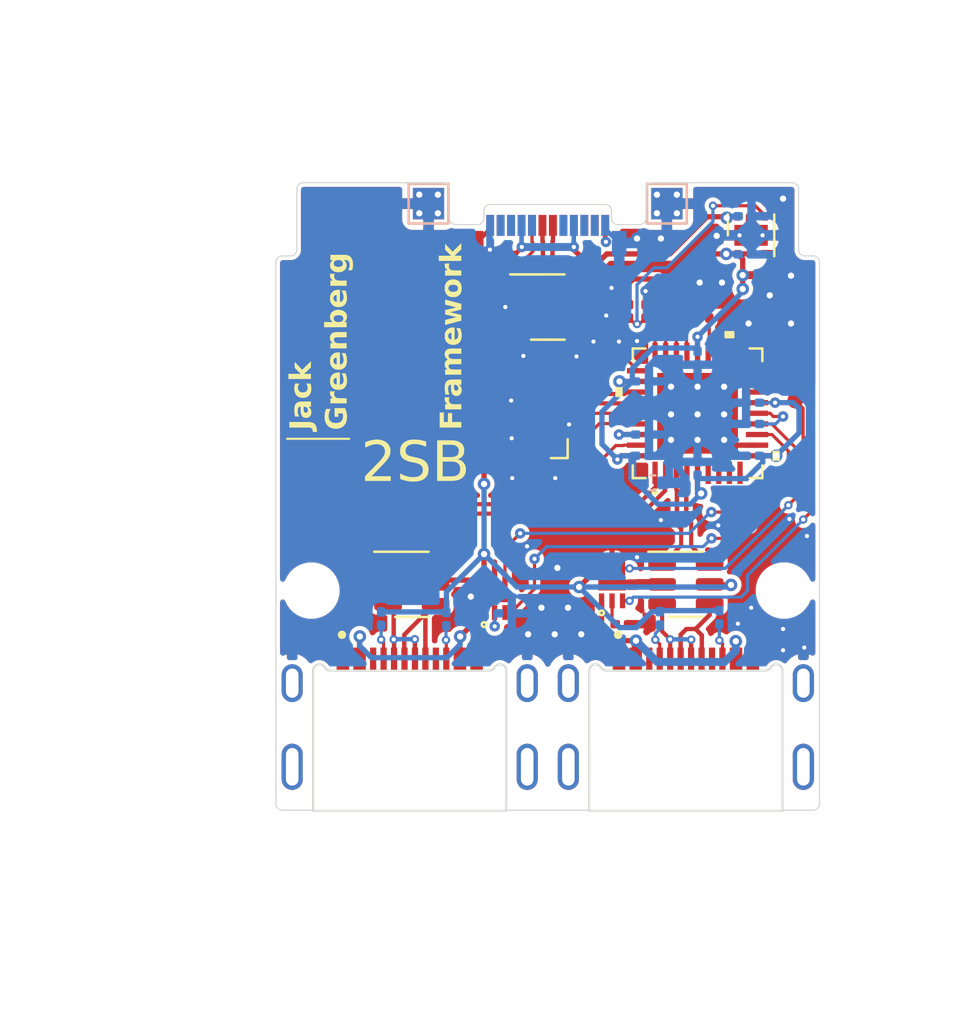
<source format=kicad_pcb>
(kicad_pcb (version 20221018) (generator pcbnew)
  (title_block (title "Expansion Card Template") (rev "X1") (company "Framework") (comment 1 "This work is licensed under a Creative Commons Attribution 4.0 International License") (comment 4 "https://frame.work"))
  (layers (0 "F.Cu" signal) (1 "In1.Cu" power) (2 "In2.Cu" power) (31 "B.Cu" signal) (34 "B.Paste" user) (35 "F.Paste" user) (36 "B.SilkS" user "B.Silkscreen") (37 "F.SilkS" user "F.Silkscreen") (38 "B.Mask" user) (39 "F.Mask" user) (44 "Edge.Cuts" user))
  (net 0 "")
  (net 1 "GND")
  (net 2 "VBUS")
  (net 3 "+3V3")
  (net 4 "Net-(U201-CRFILT)")
  (net 5 "Net-(U201-PLLFILT)")
  (net 7 "/USB_HOST_DN")
  (net 8 "/USB_HOST_DP")
  (net 9 "/Hub IC/~{RESET}")
  (net 10 "VBUS_DET")
  (net 11 "Net-(U201-SDA{slash}SMBDATA{slash}NON_REM1)")
  (net 12 "Net-(U201-SUSP_IND{slash}LOCAL_PWR{slash}NON_REM0)")
  (net 13 "Net-(U201-SCL{slash}SMBCLK{slash}CFG_SEL0)")
  (net 14 "Net-(U201-HS_IND{slash}CFG_SEL1)")
  (net 15 "Net-(U201-RBIAS)")
  (net 16 "/Hub IC/USB_P1_DN")
  (net 17 "/Hub IC/USB_P1_DP")
  (net 18 "/Hub IC/USB_P2_DN")
  (net 19 "/Hub IC/USB_P2_DP")
  (net 24 "/Hub IC/P1_ENABLE")
  (net 25 "/Hub IC/P1_OVER_CURRENT")
  (net 26 "/Hub IC/P2_ENABLE")
  (net 27 "/Hub IC/P2_OVER_CURRENT")
  (net 32 "Net-(U201-XTALOUT)")
  (net 33 "Net-(U201-XTALIN{slash}CLKIN)")
  (net 34 "/Output Stage 1/OUT_USB_DN")
  (net 35 "/Output Stage 1/OUT_USB_DP")
  (net 36 "/Output Stage 2/OUT_USB_DN")
  (net 37 "/Output Stage 2/OUT_USB_DP")
  (net 38 "/HOST_CC")
  (net 39 "/P2_CC1")
  (net 40 "/P2_CC2")
  (net 41 "/P1_CC1")
  (net 42 "/P1_CC2")
  (net 43 "/P1_VBUS")
  (net 44 "/P2_VBUS")
  (net 45 "/Output Stage 1/ILIMIT")
  (net 46 "/Output Stage 2/ILIMIT")
  (net 47 "/USB_PROTECT_HOST_DP")
  (net 48 "/USB_PROTECT_HOST_DN")
  (footprint "Expansion_Card:USB_C_Plug_Molex_105444" (layer "F.Cu") (at 140 129)
    (fp_text reference "J101" hide)
    (fp_text value "USB_C_Plug_USB2.0")
    (fp_line (start -3.35 0) (end -4.3 0) (stroke (width 0.05)) (layer "Edge.Cuts"))
    (fp_line (start -3.05 -0.66) (end -3.05 -0.3) (stroke (width 0.05)) (layer "Edge.Cuts"))
    (fp_line (start -2.75 -0.96) (end 2.75 -0.96) (stroke (width 0.05)) (layer "Edge.Cuts"))
    (fp_line (start 3.05 -0.66) (end 3.05 -0.3) (stroke (width 0.05)) (layer "Edge.Cuts"))
    (fp_line (start 3.35 0) (end 4.3 0) (stroke (width 0.05)) (layer "Edge.Cuts"))
    (fp_arc (start -3.05 -0.66) (mid -2.962132 -0.872132) (end -2.75 -0.96) (stroke (width 0.05)) (layer "Edge.Cuts"))
    (fp_arc (start -3.05 -0.3) (mid -3.137868 -0.087868) (end -3.35 0) (stroke (width 0.05)) (layer "Edge.Cuts"))
    (fp_arc (start 2.75 -0.96) (mid 2.962132 -0.872132) (end 3.05 -0.66) (stroke (width 0.05)) (layer "Edge.Cuts"))
    (fp_arc (start 3.35 0) (mid 3.137868 -0.087868) (end 3.05 -0.3) (stroke (width 0.05)) (layer "Edge.Cuts"))
  )
  (footprint "MountingHole:MountingHole_2.2mm_M2" (layer "F.Cu") (at 128.7 146.5)
    (fp_text reference "H101" hide)
    (fp_text value "MountingHole")
  )
  (footprint "MountingHole:MountingHole_2.2mm_M2" (layer "F.Cu") (at 151.3 146.5)
    (fp_text reference "H102" hide)
    (fp_text value "MountingHole")
  )
  (footprint "TestPoint:TestPoint_Pad_1.5x1.5mm" (layer "F.Cu") (at 134.3 128)
    (fp_text reference "TP101" hide)
    (fp_text value "TestPoint")
  )
  (footprint "TestPoint:TestPoint_Pad_1.5x1.5mm" (layer "F.Cu") (at 145.7 128)
    (fp_text reference "TP103" hide)
    (fp_text value "TestPoint")
  )
  (footprint "Resistor_SMD:R_0201_0603Metric" (layer "F.Cu") (at 145.4404 133.1528 -90)
    (fp_text reference "R201" hide)
    (fp_text value "100K")
  )
  (footprint "Resistor_SMD:R_0201_0603Metric" (layer "F.Cu") (at 142.7988 134.9248 90)
    (fp_text reference "R205" hide)
    (fp_text value "100K")
  )
  (footprint "2usb:TestPoint_MD" (layer "F.Cu") (at 151.9428 136.4488)
    (fp_text reference "TP402" hide)
    (fp_text value "TestPoint")
  )
  (footprint "2usb:MOLEX_2169900003" (layer "F.Cu") (at 146.6088 154.9247)
    (fp_text reference "J103" hide)
    (fp_text value "USB_C_Receptacle_USB2.0")
    (fp_line (start -4.62 2.1) (end -4.62 -4.6) (stroke (width 0.1)) (layer "Edge.Cuts"))
    (fp_line (start -4.62 2.1) (end 4.62 2.1) (stroke (width 0.1)) (layer "Edge.Cuts"))
    (fp_line (start -3.80038 -4.6) (end 3.80038 -4.6) (stroke (width 0.1)) (layer "Edge.Cuts"))
    (fp_line (start 4.62 2.1) (end 4.62 -4.6) (stroke (width 0.1)) (layer "Edge.Cuts"))
    (fp_arc (start -4.62 -4.6) (mid -4.397645 -4.889779) (end -4.060191 -4.750001) (stroke (width 0.1)) (layer "Edge.Cuts"))
    (fp_arc (start -3.80038 -4.6) (mid -3.950382 -4.640191) (end -4.060191 -4.75) (stroke (width 0.1)) (layer "Edge.Cuts"))
    (fp_arc (start 4.06019 -4.75) (mid 3.95038 -4.640198) (end 3.80038 -4.6) (stroke (width 0.1)) (layer "Edge.Cuts"))
    (fp_arc (start 4.06019 -4.75) (mid 4.397645 -4.88978) (end 4.62 -4.600001) (stroke (width 0.1)) (layer "Edge.Cuts"))
  )
  (footprint "2usb:TestPoint_MD" (layer "F.Cu") (at 150.3172 131.5212)
    (fp_text reference "TP106" hide)
    (fp_text value "TestPoint")
  )
  (footprint "Resistor_SMD:R_0201_0603Metric" (layer "F.Cu") (at 143.5502 148.1074)
    (fp_text reference "R401" hide)
    (fp_text value "330R")
  )
  (footprint "Resistor_SMD:R_0201_0603Metric" (layer "F.Cu") (at 143.891 133.1508 -90)
    (fp_text reference "R202" hide)
    (fp_text value "100K")
  )
  (footprint "2usb:MIC2097-1YMT-TR" (layer "F.Cu") (at 137.456799 146.7739 90)
    (fp_text reference "U302" hide)
    (fp_text value "MIC2097-1YMT-TR" hide)
  )
  (footprint "Package_SON:WSON-6-1EP_2x2mm_P0.65mm_EP1x1.6mm_ThermalVias" (layer "F.Cu") (at 149.7266 129.5146 90)
    (fp_text reference "U101" hide)
    (fp_text value "TLV76733DRVx")
  )
  (footprint "2usb:TestPoint_MD" (layer "F.Cu") (at 149.7584 142.24)
    (fp_text reference "TP301" hide)
    (fp_text value "TestPoint")
  )
  (footprint "Resistor_SMD:R_0201_0603Metric" (layer "F.Cu") (at 144.6784 133.1508 90)
    (fp_text reference "R203" hide)
    (fp_text value "100K")
  )
  (footprint "2usb:MOLEX_2169900003" (layer "F.Cu") (at 133.4008 154.9247)
    (fp_text reference "J102" hide)
    (fp_text value "USB_C_Receptacle_USB2.0")
    (fp_line (start -4.62 2.1) (end -4.62 -4.6) (stroke (width 0.1)) (layer "Edge.Cuts"))
    (fp_line (start -4.62 2.1) (end 4.62 2.1) (stroke (width 0.1)) (layer "Edge.Cuts"))
    (fp_line (start -3.80038 -4.6) (end 3.80038 -4.6) (stroke (width 0.1)) (layer "Edge.Cuts"))
    (fp_line (start 4.62 2.1) (end 4.62 -4.6) (stroke (width 0.1)) (layer "Edge.Cuts"))
    (fp_arc (start -4.62 -4.6) (mid -4.397645 -4.889779) (end -4.060191 -4.750001) (stroke (width 0.1)) (layer "Edge.Cuts"))
    (fp_arc (start -3.80038 -4.6) (mid -3.950382 -4.640191) (end -4.060191 -4.75) (stroke (width 0.1)) (layer "Edge.Cuts"))
    (fp_arc (start 4.06019 -4.75) (mid 3.95038 -4.640198) (end 3.80038 -4.6) (stroke (width 0.1)) (layer "Edge.Cuts"))
    (fp_arc (start 4.06019 -4.75) (mid 4.397645 -4.88978) (end 4.62 -4.600001) (stroke (width 0.1)) (layer "Edge.Cuts"))
  )
  (footprint "Resistor_SMD:R_0201_0603Metric" (layer "F.Cu") (at 146.2024 133.1488 -90)
    (fp_text reference "R207" hide)
    (fp_text value "100K")
  )
  (footprint "2usb:XTAL_ABM12W-24.0000MHZ-6-D1X-T3" (layer "F.Cu") (at 140.0556 139.065 180)
    (fp_text reference "Y201" hide)
    (fp_text value "24MHz" hide)
  )
  (footprint "2usb:TestPoint_MD" (layer "F.Cu") (at 136.9568 131.6228)
    (fp_text reference "TP105" hide)
    (fp_text value "TestPoint")
  )
  (footprint "Resistor_SMD:R_0201_0603Metric" (layer "F.Cu") (at 147.7264 133.1468 90)
    (fp_text reference "R204" hide)
    (fp_text value "100K")
  )
  (footprint "2usb:TestPoint_MD" (layer "F.Cu") (at 149.606 143.3576)
    (fp_text reference "TP302" hide)
    (fp_text value "TestPoint")
  )
  (footprint "Resistor_SMD:R_0201_0603Metric" (layer "F.Cu") (at 146.9644 133.1488 90)
    (fp_text reference "R206" hide)
    (fp_text value "100K")
  )
  (footprint "Resistor_SMD:R_0201_0603Metric" (layer "F.Cu") (at 137.7188 135.5852 -90)
    (fp_text reference "R101" hide)
    (fp_text value "5.1K")
  )
  (footprint "Package_TO_SOT_SMD:SOT-23-6" (layer "F.Cu") (at 133.5024 146.2024)
    (fp_text reference "U301" hide)
    (fp_text value "USBLC6-2SC6")
  )
  (footprint "Capacitor_SMD:C_0201_0603Metric" (layer "F.Cu") (at 139.7254 137.1448 90)
    (fp_text reference "C204" hide)
    (fp_text value "6pF")
  )
  (footprint "2usb:USB2512-AEZG" (layer "F.Cu") (at 147.1676 138.0236 90)
    (fp_text reference "U201" hide)
    (fp_text value "USB2512B" hide)
  )
  (footprint "Package_TO_SOT_SMD:SOT-23-6" (layer "F.Cu") (at 140.0048 132.9436)
    (fp_text reference "U102" hide)
    (fp_text value "USBLC6-2SC6")
  )
  (footprint "Resistor_SMD:R_0201_0603Metric" (layer "F.Cu") (at 142.3924 140.97 -90)
    (fp_text reference "R208" hide)
    (fp_text value "12K")
  )
  (footprint "Capacitor_SMD:C_0201_0603Metric" (layer "F.Cu") (at 141.5542 139.7254 -90)
    (fp_text reference "C202" hide)
    (fp_text value "6pF")
  )
  (footprint "2usb:MIC2097-1YMT-TR" (layer "F.Cu") (at 143.0782 146.2151 90)
    (fp_text reference "U402" hide)
    (fp_text value "MIC2097-1YMT-TR" hide)
  )
  (footprint "2usb:TestPoint_MD" (layer "F.Cu") (at 151.8412 137.414)
    (fp_text reference "TP401" hide)
    (fp_text value "TestPoint")
  )
  (footprint "Package_TO_SOT_SMD:SOT-23-6" (layer "F.Cu") (at 146.6088 146.2024)
    (fp_text reference "U401" hide)
    (fp_text value "USBLC6-2SC6")
  )
  (footprint "TestPoint:TestPoint_Pad_1.5x1.5mm" (layer "B.Cu") (at 134.3 128)
    (fp_text reference "TP102" hide)
    (fp_text value "TestPoint")
  )
  (footprint "TestPoint:TestPoint_Pad_1.5x1.5mm" (layer "B.Cu") (at 145.7 128)
    (fp_text reference "TP104" hide)
    (fp_text value "TestPoint")
  )
  (footprint "Capacitor_SMD:C_0201_0603Metric" (layer "B.Cu") (at 149.8092 137.5156 180)
    (fp_text reference "C208" hide)
    (fp_text value "10nF")
  )
  (footprint "Resistor_SMD:R_0201_0603Metric" (layer "B.Cu") (at 135.1534 147.8636 90)
    (fp_text reference "R105" hide)
    (fp_text value "5.1K")
  )
  (footprint "Capacitor_SMD:C_0201_0603Metric" (layer "B.Cu") (at 147.1676 135.382 -90)
    (fp_text reference "C207" hide)
    (fp_text value "10nF")
  )
  (footprint "Capacitor_SMD:C_0201_0603Metric" (layer "B.Cu") (at 149.4282 128.6002)
    (fp_text reference "C101" hide)
    (fp_text value "1uF")
  )
  (footprint "Capacitor_SMD:C_0201_0603Metric" (layer "B.Cu") (at 144.526 136.4996)
    (fp_text reference "C203" hide)
    (fp_text value "10nF")
  )
  (footprint "Capacitor_SMD:C_0201_0603Metric" (layer "B.Cu") (at 149.8092 140.0556 180)
    (fp_text reference "C206" hide)
    (fp_text value "10nF")
  )
  (footprint "Capacitor_SMD:C_0201_0603Metric" (layer "B.Cu") (at 149.8092 138.5316 180)
    (fp_text reference "C209" hide)
    (fp_text value "0.1uF")
  )
  (footprint "Resistor_SMD:R_0201_0603Metric" (layer "B.Cu") (at 132.0292 147.8386 90)
    (fp_text reference "R104" hide)
    (fp_text value "5.1K")
  )
  (footprint "Capacitor_SMD:C_0402_1005Metric" (layer "B.Cu") (at 145.034 141.351)
    (fp_text reference "C210" hide)
    (fp_text value "2uF")
  )
  (footprint "Resistor_SMD:R_0201_0603Metric" (layer "B.Cu") (at 137.964799 147.5867)
    (fp_text reference "R301" hide)
    (fp_text value "330R")
  )
  (footprint "Capacitor_SMD:C_0201_0603Metric" (layer "B.Cu") (at 144.526 140.0556)
    (fp_text reference "C201" hide)
    (fp_text value "10nF")
  )
  (footprint "Capacitor_SMD:C_0201_0603Metric" (layer "B.Cu") (at 149.4282 130.429)
    (fp_text reference "C102" hide)
    (fp_text value "2.2uF")
  )
  (footprint "Resistor_SMD:R_0201_0603Metric" (layer "B.Cu") (at 148.209 147.7772 90)
    (fp_text reference "R103" hide)
    (fp_text value "5.1K")
  )
  (footprint "Capacitor_SMD:C_0201_0603Metric" (layer "B.Cu") (at 147.1676 140.6652 90)
    (fp_text reference "C205" hide)
    (fp_text value "10nF")
  )
  (footprint "Capacitor_SMD:C_0201_0603Metric" (layer "B.Cu") (at 144.526 139.0396)
    (fp_text reference "C211" hide)
    (fp_text value "0.1uF")
  )
  (footprint "Resistor_SMD:R_0201_0603Metric" (layer "B.Cu") (at 145.3642 147.828 90)
    (fp_text reference "R102" hide)
    (fp_text value "5.1K")
  )
  (gr_line (start 130.5052 139.2428) (end 127.5334 139.2428) (stroke (width 0.1016)) (layer "F.SilkS"))
  (gr_line (start 153 130.8) (end 153 156.7) (stroke (width 0.05)) (layer "Edge.Cuts"))
  (gr_line (start 127.3 157) (end 152.7 157) (stroke (width 0.05)) (layer "Edge.Cuts"))
  (gr_arc (start 144.7 128.7) (mid 144.612132 128.912132) (end 144.4 129) (stroke (width 0.05)) (layer "Edge.Cuts"))
  (gr_arc (start 135 127) (mid 135.212132 127.087868) (end 135.3 127.3) (stroke (width 0.05)) (layer "Edge.Cuts"))
  (gr_line (start 144.7 128.7) (end 144.7 127.3) (stroke (width 0.05)) (layer "Edge.Cuts"))
  (gr_arc (start 144.7 127.3) (mid 144.787868 127.087868) (end 145 127) (stroke (width 0.05)) (layer "Edge.Cuts"))
  (gr_line (start 135 127) (end 128.3 127) (stroke (width 0.05)) (layer "Edge.Cuts"))
  (gr_line (start 145 127) (end 151.7 127) (stroke (width 0.05)) (layer "Edge.Cuts"))
  (gr_arc (start 127.3 157) (mid 127.087868 156.912132) (end 127 156.7) (stroke (width 0.05)) (layer "Edge.Cuts"))
  (gr_line (start 144.3 129) (end 144.4 129) (stroke (width 0.05)) (layer "Edge.Cuts"))
  (gr_arc (start 128 127.3) (mid 128.087868 127.087868) (end 128.3 127) (stroke (width 0.05)) (layer "Edge.Cuts"))
  (gr_line (start 128 130.2) (end 128 127.3) (stroke (width 0.05)) (layer "Edge.Cuts"))
  (gr_arc (start 128 130.2) (mid 127.912132 130.412132) (end 127.7 130.5) (stroke (width 0.05)) (layer "Edge.Cuts"))
  (gr_arc (start 127 130.8) (mid 127.087868 130.587868) (end 127.3 130.5) (stroke (width 0.05)) (layer "Edge.Cuts"))
  (gr_line (start 127.3 130.5) (end 127.7 130.5) (stroke (width 0.05)) (layer "Edge.Cuts"))
  (gr_line (start 152 130.2) (end 152 127.3) (stroke (width 0.05)) (layer "Edge.Cuts"))
  (gr_arc (start 152.7 130.5) (mid 152.912132 130.587868) (end 153 130.8) (stroke (width 0.05)) (layer "Edge.Cuts"))
  (gr_arc (start 152.3 130.5) (mid 152.087868 130.412132) (end 152 130.2) (stroke (width 0.05)) (layer "Edge.Cuts"))
  (gr_line (start 152.3 130.5) (end 152.7 130.5) (stroke (width 0.05)) (layer "Edge.Cuts"))
  (gr_arc (start 153 156.7) (mid 152.912132 156.912132) (end 152.7 157) (stroke (width 0.05)) (layer "Edge.Cuts"))
  (gr_line (start 127 130.8) (end 127 156.7) (stroke (width 0.05)) (layer "Edge.Cuts"))
  (gr_arc (start 151.7 127) (mid 151.912132 127.087868) (end 152 127.3) (stroke (width 0.05)) (layer "Edge.Cuts"))
  (gr_line (start 135.3 128.7) (end 135.3 127.3) (stroke (width 0.05)) (layer "Edge.Cuts"))
  (gr_arc (start 135.6 129) (mid 135.387868 128.912132) (end 135.3 128.7) (stroke (width 0.05)) (layer "Edge.Cuts"))
  (gr_line (start 135.6 129) (end 135.7 129) (stroke (width 0.05)) (layer "Edge.Cuts"))
  (gr_text "Jack\nGreenberg" (at 130.556 138.8364 90) (layer "F.SilkS") (effects (font (size 1.016 1.016) (thickness 0.254) bold) (justify left bottom)))
  (gr_text "Framework" (at 136.0424 138.8364 90) (layer "F.SilkS") (effects (font (size 1.016 1.016) (thickness 0.254) bold) (justify left bottom)))
  (gr_text "2SB" (at 131.064 141.5796) (layer "F.SilkS") (effects (font (size 1.905 1.905) (thickness 0.073025)) (justify left bottom)))
  (segment (start 142.75 129.79371) (end 142.784741 129.828451) (width 0.2119) (layer "F.Cu") (net 1))
  (segment (start 137.456799 146.7739) (end 136.3345 146.7739) (width 0.254) (layer "F.Cu") (net 1))
  (segment (start 136.3345 146.7739) (end 136.3218 146.7866) (width 0.254) (layer "F.Cu") (net 1))
  (segment (start 140.4056 138.565) (end 141.0128 138.565) (width 0.1524) (layer "F.Cu") (net 1))
  (segment (start 143.0782 146.2151) (end 143.0782 145.4404) (width 0.254) (layer "F.Cu") (net 1))
  (segment (start 137.25 129.21) (end 136.58 129.88) (width 0.2119) (layer "F.Cu") (net 1))
  (segment (start 148.6916 139.5476) (end 148.4376 139.2936) (width 0.254) (layer "F.Cu") (net 1))
  (segment (start 137.456799 145.9992) (end 137.456799 146.7739) (width 0.254) (layer "F.Cu") (net 1))
  (segment (start 150.0124 139.5476) (end 148.6916 139.5476) (width 0.254) (layer "F.Cu") (net 1))
  (segment (start 138.8673 132.9436) (end 137.9728 132.9436) (width 0.381) (layer "F.Cu") (net 1))
  (segment (start 142.75 129.04) (end 142.75 129.79371) (width 0.2119) (layer "F.Cu") (net 1))
  (segment (start 137.2362 130.2004) (end 136.9004 130.2004) (width 0.2119) (layer "F.Cu") (net 1))
  (segment (start 141.0128 138.565) (end 141.0208 138.557) (width 0.1524) (layer "F.Cu") (net 1))
  (segment (start 136.9004 130.2004) (end 136.58 129.88) (width 0.2119) (layer "F.Cu") (net 1))
  (segment (start 137.25 129.04) (end 137.25 129.21) (width 0.2119) (layer "F.Cu") (net 1))
  (via (at 133.858 127.5715) (size 0.5) (drill 0.3) (layers "F.Cu" "B.Cu") (net 1))
  (via (at 133.858 128.4605) (size 0.5) (drill 0.3) (layers "F.Cu" "B.Cu") (net 1))
  (via (at 146.177 127.5715) (size 0.5) (drill 0.3) (layers "F.Cu" "B.Cu") (net 1))
  (via (at 146.177 128.4605) (size 0.5) (drill 0.3) (layers "F.Cu" "B.Cu") (net 1))
  (via (at 138.2776 139.2174) (size 0.5) (drill 0.2) (layers "F.Cu" "B.Cu") (net 1))
  (via (at 151.257 127.762) (size 0.6) (drill 0.3) (layers "F.Cu" "B.Cu") (net 1))
  (via (at 145.415 129.667) (size 0.6) (drill 0.3) (layers "F.Cu" "B.Cu") (net 1))
  (via (at 151.638 133.731) (size 0.6) (drill 0.3) (layers "F.Cu" "B.Cu") (net 1))
  (via (at 145.2245 127.5715) (size 0.5) (drill 0.3) (layers "F.Cu" "B.Cu") (net 1))
  (via (at 144.272 134.5692) (size 0.5) (drill 0.2) (layers "F.Cu" "B.Cu") (net 1))
  (via (at 148.082 129.54) (size 0.6) (drill 0.3) (layers "F.Cu" "B.Cu") (net 1))
  (via (at 138.8364 135.2804) (size 0.5) (drill 0.2) (layers "F.Cu" "B.Cu") (net 1))
  (via (at 148.336 131.7752) (size 0.6) (drill 0.3) (layers "F.Cu" "B.Cu") (net 1))
  (via (at 140.462 145.415) (size 0.6) (drill 0.3) (layers "F.Cu" "B.Cu") (net 1))
  (via (at 140.3604 141.1224) (size 0.5) (drill 0.2) (layers "F.Cu" "B.Cu") (net 1))
  (via (at 141.3764 135.3058) (size 0.5) (drill 0.2) (layers "F.Cu" "B.Cu") (net 1))
  (via (at 151.5618 143.0782) (size 0.4) (drill 0.2) (layers "F.Cu" "B.Cu") (net 1))
  (via (at 152.273 149.225) (size 0.4) (drill 0.2) (layers "F.Cu" "B.Cu") (net 1))
  (via (at 149.606 133.731) (size 0.6) (drill 0.3) (layers "F.Cu" "B.Cu") (net 1))
  (via (at 137.9728 132.9436) (size 0.5) (drill 0.2) (layers "F.Cu" "B.Cu") (net 1))
  (via (at 141.605 148.59) (size 0.6) (drill 0.3) (layers "F.Cu" "B.Cu") (net 1))
  (via (at 150.622 132.3848) (size 0.6) (drill 0.3) (layers "F.Cu" "B.Cu") (net 1))
  (via (at 149.098 148.082) (size 0.4) (drill 0.2) (layers "F.Cu" "B.Cu") (net 1))
  (via (at 137.2362 130.2004) (size 0.5) (drill 0.2) (layers "F.Cu" "B.Cu") (net 1))
  (via (at 148.4376 136.7536) (size 0.7) (drill 0.3) (layers "F.Cu" "B.Cu") (net 1))
  (via (at 151.257 149.352) (size 0.4) (drill 0.2) (layers "F.Cu" "B.Cu") (net 1))
  (via (at 148.4376 138.0744) (size 0.7) (drill 0.3) (layers "F.Cu" "B.Cu") (net 1))
  (via (at 145.2245 128.4605) (size 0.5) (drill 0.3) (layers "F.Cu" "B.Cu") (net 1))
  (via (at 147.2692 131.7752) (size 0.6) (drill 0.3) (layers "F.Cu" "B.Cu") (net 1))
  (via (at 151.638 131.445) (size 0.6) (drill 0.3) (layers "F.Cu" "B.Cu") (net 1))
  (via (at 141.0208 138.557) (size 0.5) (drill 0.2) (layers "F.Cu" "B.Cu") (net 1))
  (via (at 145.8976 138.0744) (size 0.7) (drill 0.3) (layers "F.Cu" "B.Cu") (net 1))
  (via (at 144.272 129.667) (size 0.6) (drill 0.3) (layers "F.Cu" "B.Cu") (net 1))
  (via (at 138.2522 137.414) (size 0.5) (drill 0.2) (layers "F.Cu" "B.Cu") (net 1))
  (via (at 134.747 128.4605) (size 0.5) (drill 0.3) (layers "F.Cu" "B.Cu") (net 1))
  (via (at 147.1676 138.0744) (size 0.7) (drill 0.3) (layers "F.Cu" "B.Cu") (net 1))
  (via (at 147.1676 139.2936) (size 0.7) (drill 0.3) (layers "F.Cu" "B.Cu") (net 1))
  (via (at 148.1582 143.383) (size 0.5) (drill 0.2) (layers "F.Cu" "B.Cu") (net 1))
  (via (at 142.784741 129.828451) (size 0.5) (drill 0.2) (layers "F.Cu" "B.Cu") (net 1))
  (via (at 143.4084 134.5946) (size 0.5) (drill 0.2) (layers "F.Cu" "B.Cu") (net 1))
  (via (at 142.7988 133.35) (size 0.5) (drill 0.2) (layers "F.Cu" "B.Cu") (net 1))
  (via (at 136.3218 146.7866) (size 0.6) (drill 0.3) (layers "F.Cu" "B.Cu") (net 1))
  (via (at 145.415 143.129) (size 0.4) (drill 0.2) (layers "F.Cu" "B.Cu") (net 1))
  (via (at 143.0528 132.0292) (size 0.5) (drill 0.2) (layers "F.Cu" "B.Cu") (net 1))
  (via (at 139.011407 144.38215) (size 0.5) (drill 0.2) (layers "F.Cu" "B.Cu") (net 1))
  (via (at 139.065 148.59) (size 0.6) (drill 0.3) (layers "F.Cu" "B.Cu") (net 1))
  (via (at 145.8976 139.2936) (size 0.7) (drill 0.3) (layers "F.Cu" "B.Cu") (net 1))
  (via (at 140.335 148.59) (size 0.6) (drill 0.3) (layers "F.Cu" "B.Cu") (net 1))
  (via (at 140.97 147.32) (size 0.6) (drill 0.3) (layers "F.Cu" "B.Cu") (net 1))
  (via (at 151.257 148.336) (size 0.4) (drill 0.2) (layers "F.Cu" "B.Cu") (net 1))
  (via (at 147.1676 136.7536) (size 0.7) (drill 0.3) (layers "F.Cu" "B.Cu") (net 1))
  (via (at 152.4 143.891) (size 0.4) (drill 0.2) (layers "F.Cu" "B.Cu") (net 1))
  (via (at 139.7 147.32) (size 0.6) (drill 0.3) (layers "F.Cu" "B.Cu") (net 1))
  (via (at 149.733 147.32) (size 0.4) (drill 0.2) (layers "F.Cu" "B.Cu") (net 1))
  (via (at 145.8976 136.7536) (size 0.7) (drill 0.3) (layers "F.Cu" "B.Cu") (net 1))
  (via (at 142.1892 134.5946) (size 0.5) (drill 0.2) (layers "F.Cu" "B.Cu") (net 1))
  (via (at 144.6784 132.1816) (size 0.5) (drill 0.2) (layers "F.Cu" "B.Cu") (net 1))
  (via (at 138.303 141.1224) (size 0.5) (drill 0.2) (layers "F.Cu" "B.Cu") (net 1))
  (via (at 144.272 144.907) (size 0.4) (drill 0.2) (layers "F.Cu" "B.Cu") (net 1))
  (via (at 134.747 127.5715) (size 0.5) (drill 0.3) (layers "F.Cu" "B.Cu") (net 1))
  (via (at 148.4376 139.2936) (size 0.7) (drill 0.3) (layers "F.Cu" "B.Cu") (net 1))
  (segment (start 147.1676 135.862) (end 147.1676 136.7536) (width 0.254) (layer "B.Cu") (net 1))
  (segment (start 137.25 129.04) (end 137.25 130.1866) (width 0.2119) (layer "B.Cu") (net 1))
  (segment (start 145.006 140.0556) (end 145.1356 140.0556) (width 0.254) (layer "B.Cu") (net 1))
  (segment (start 149.3292 138.5316) (end 148.8948 138.5316) (width 0.254) (layer "B.Cu") (net 1))
  (segment (start 145.006 136.4996) (end 145.6436 136.4996) (width 0.254) (layer "B.Cu") (net 1))
  (segment (start 145.006 139.0396) (end 145.6436 139.0396) (width 0.254) (layer "B.Cu") (net 1))
  (segment (start 142.75 129.21) (end 143.42 129.88) (width 0.2119) (layer "B.Cu") (net 1))
  (segment (start 145.1356 140.0556) (end 145.8976 139.2936) (width 0.254) (layer "B.Cu") (net 1))
  (segment (start 137.25 130.1866) (end 137.2362 130.2004) (width 0.2119) (layer "B.Cu") (net 1))
  (segment (start 145.6436 139.0396) (end 145.8976 139.2936) (width 0.254) (layer "B.Cu") (net 1))
  (segment (start 148.8948 138.5316) (end 148.4376 138.0744) (width 0.254) (layer "B.Cu") (net 1))
  (segment (start 145.809 139.3822) (end 145.8976 139.2936) (width 0.381) (layer "B.Cu") (net 1))
  (segment (start 149.1996 140.0556) (end 148.4376 139.2936) (width 0.254) (layer "B.Cu") (net 1))
  (segment (start 147.1676 140.1852) (end 147.1676 139.2936) (width 0.254) (layer "B.Cu") (net 1))
  (segment (start 149.3292 137.5156) (end 148.9964 137.5156) (width 0.254) (layer "B.Cu") (net 1))
  (segment (start 149.3292 140.0556) (end 149.1996 140.0556) (width 0.254) (layer "B.Cu") (net 1))
  (segment (start 145.6436 136.4996) (end 145.8976 136.7536) (width 0.254) (layer "B.Cu") (net 1))
  (segment (start 148.9964 137.5156) (end 148.4376 138.0744) (width 0.254) (layer "B.Cu") (net 1))
  (segment (start 145.809 141.351) (end 145.809 139.3822) (width 0.381) (layer "B.Cu") (net 1))
  (segment (start 134.8431 145.9992) (end 136.9568 145.9992) (width 0.254) (layer "F.Cu") (net 2))
  (segment (start 136.9568 141.4018) (end 136.9568 131.5026) (width 0.254) (layer "F.Cu") (net 2))
  (segment (start 136.9568 145.9992) (end 136.9568 144.7546) (width 0.254) (layer "F.Cu") (net 2))
  (segment (start 147.6233 128.6271) (end 149.0766 128.6271) (width 0.254) (layer "F.Cu") (net 2))
  (segment (start 136.9568 131.5026) (end 138.0812 130.3782) (width 0.254) (layer "F.Cu") (net 2))
  (segment (start 141.1423 132.9436) (end 141.917367 132.9436) (width 0.254) (layer "F.Cu") (net 2))
  (segment (start 138.75 130.0836) (end 138.7602 130.0734) (width 0.2119) (layer "F.Cu") (net 2))
  (segment (start 147.7717 146.2278) (end 147.7463 146.2024) (width 0.254) (layer "F.Cu") (net 2))
  (segment (start 138.7602 130.0734) (end 138.75 130.0632) (width 0.2119) (layer "F.Cu") (net 2))
  (segment (start 142.578201 145.4404) (end 142.3924 145.4404) (width 0.254) (layer "F.Cu") (net 2))
  (segment (start 138.4808 130.3782) (end 138.75 130.109) (width 0.2119) (layer "F.Cu") (net 2))
  (segment (start 142.1384 131.0894) (end 141.2494 130.2004) (width 0.254) (layer "F.Cu") (net 2))
  (segment (start 138.75 130.0632) (end 138.75 129.04) (width 0.2119) (layer "F.Cu") (net 2))
  (segment (start 138.75 130.109) (end 138.75 130.0836) (width 0.2119) (layer "F.Cu") (net 2))
  (segment (start 142.8242 130.4036) (end 145.8468 130.4036) (width 0.254) (layer "F.Cu") (net 2))
  (segment (start 145.8468 130.4036) (end 147.6233 128.6271) (width 0.254) (layer "F.Cu") (net 2))
  (segment (start 141.2494 130.0734) (end 141.2494 129.867) (width 0.254) (layer "F.Cu") (net 2))
  (segment (start 141.25 129.04) (end 141.25 129.8664) (width 0.2119) (layer "F.Cu") (net 2))
  (segment (start 141.2494 130.2004) (end 141.2494 130.0734) (width 0.254) (layer "F.Cu") (net 2))
  (segment (start 148.7678 146.2278) (end 147.7717 146.2278) (width 0.254) (layer "F.Cu") (net 2))
  (segment (start 141.917367 132.9436) (end 142.1384 132.722567) (width 0.254) (layer "F.Cu") (net 2))
  (segment (start 138.0812 130.3782) (end 138.4808 130.3782) (width 0.254) (layer "F.Cu") (net 2))
  (segment (start 134.6399 146.2024) (end 134.8431 145.9992) (width 0.254) (layer "F.Cu") (net 2))
  (segment (start 141.25 129.8664) (end 141.2494 129.867) (width 0.2119) (layer "F.Cu") (net 2))
  (segment (start 142.1384 132.722567) (end 142.1384 131.0894) (width 0.254) (layer "F.Cu") (net 2))
  (segment (start 142.3924 145.4404) (end 141.5034 146.3294) (width 0.254) (layer "F.Cu") (net 2))
  (segment (start 142.1384 131.0894) (end 142.8242 130.4036) (width 0.254) (layer "F.Cu") (net 2))
  (via (at 141.2494 130.0734) (size 0.5) (drill 0.2) (layers "F.Cu" "B.Cu") (net 2))
  (via (at 148.559103 128.6763) (size 0.6) (drill 0.3) (layers "F.Cu" "B.Cu") (net 2))
  (via (at 136.9568 141.4018) (size 0.6) (drill 0.3) (layers "F.Cu" "B.Cu") (net 2))
  (via (at 138.7602 130.0734) (size 0.5) (drill 0.2) (layers "F.Cu" "B.Cu") (net 2))
  (via (at 148.7678 146.2278) (size 0.6) (drill 0.3) (layers "F.Cu" "B.Cu") (net 2))
  (via (at 141.5034 146.3294) (size 0.6) (drill 0.3) (layers "F.Cu" "B.Cu") (net 2))
  (via (at 136.9568 144.7546) (size 0.6) (drill 0.3) (layers "F.Cu" "B.Cu") (net 2))
  (segment (start 145.415 147.4572) (end 145.3642 147.508) (width 0.254) (layer "B.Cu") (net 2))
  (segment (start 141.25 129.04) (end 141.25 130.0728) (width 0.2119) (layer "B.Cu") (net 2))
  (segment (start 148.635203 128.6002) (end 148.559103 128.6763) (width 0.254) (layer "B.Cu") (net 2))
  (segment (start 144.255291 148.2344) (end 144.255291 148.251109) (width 0.254) (layer "B.Cu") (net 2))
  (segment (start 145.3642 147.508) (end 144.981691 147.508) (width 0.254) (layer "B.Cu") (net 2))
  (segment (start 138.75 130.0632) (end 138.75 129.04) (width 0.2119) (layer "B.Cu") (net 2))
  (segment (start 144.255291 148.251109) (end 144.2386 148.2678) (width 0.254) (layer "B.Cu") (net 2))
  (segment (start 148.209 147.4572) (end 145.415 147.4572) (width 0.254) (layer "B.Cu") (net 2))
  (segment (start 132.0292 147.5186) (end 135.1284 147.5186) (width 0.254) (layer "B.Cu") (net 2))
  (segment (start 141.25 130.0728) (end 141.2494 130.0734) (width 0.2119) (layer "B.Cu") (net 2))
  (segment (start 135.1284 147.5186) (end 135.1534 147.5436) (width 0.254) (layer "B.Cu") (net 2))
  (segment (start 135.1534 146.558) (end 136.9568 144.7546) (width 0.254) (layer "B.Cu") (net 2))
  (segment (start 143.4418 148.2678) (end 141.5034 146.3294) (width 0.254) (layer "B.Cu") (net 2))
  (segment (start 149.1082 128.6002) (end 148.635203 128.6002) (width 0.254) (layer "B.Cu") (net 2))
  (segment (start 144.981691 147.508) (end 144.255291 148.2344) (width 0.254) (layer "B.Cu") (net 2))
  (segment (start 145.994501 146.3294) (end 148.6662 146.3294) (width 0.254) (layer "B.Cu") (net 2))
  (segment (start 138.5316 146.3294) (end 141.5034 146.3294) (width 0.254) (layer "B.Cu") (net 2))
  (segment (start 144.2386 148.2678) (end 143.4418 148.2678) (width 0.254) (layer "B.Cu") (net 2))
  (segment (start 138.7602 130.0734) (end 141.2494 130.0734) (width 0.381) (layer "B.Cu") (net 2))
  (segment (start 136.9568 144.7546) (end 138.5316 146.3294) (width 0.254) (layer "B.Cu") (net 2))
  (segment (start 135.1534 147.5436) (end 135.1534 146.558) (width 0.254) (layer "B.Cu") (net 2))
  (segment (start 141.5034 146.3294) (end 145.994501 146.3294) (width 0.254) (layer "B.Cu") (net 2))
  (segment (start 148.6662 146.3294) (end 148.7678 146.2278) (width 0.254) (layer "B.Cu") (net 2))
  (segment (start 141.2494 130.0734) (end 141.2494 129.867) (width 0.254) (layer "B.Cu") (net 2))
  (segment (start 138.7602 130.0734) (end 138.75 130.0632) (width 0.2119) (layer "B.Cu") (net 2))
  (segment (start 136.9568 144.7546) (end 136.9568 141.4018) (width 0.254) (layer "B.Cu") (net 2))
  (segment (start 146.2024 132.8288) (end 145.4444 132.8288) (width 0.254) (layer "F.Cu") (net 3))
  (segment (start 145.4404 131.7752) (end 145.4404 132.8328) (width 0.254) (layer "F.Cu") (net 3))
  (segment (start 149.3266 131.4196) (end 149.3266 130.6521) (width 0.254) (layer "F.Cu") (net 3))
  (segment (start 147.1676 141.684672) (end 147.337368 141.85444) (width 0.254) (layer "F.Cu") (net 3))
  (segment (start 149.3266 131.4196) (end 150.2156 131.4196) (width 0.381) (layer "F.Cu") (net 3))
  (segment (start 143.891 132.8308) (end 143.891 131.8006) (width 0.254) (layer "F.Cu") (net 3))
  (segment (start 144.3228 136.4996) (end 143.4338 136.4996) (width 0.254) (layer "F.Cu") (net 3))
  (segment (start 145.4444 132.8288) (end 145.4404 132.8328) (width 0.254) (layer "F.Cu") (net 3))
  (segment (start 145.2698 131.6046) (end 145.4404 131.7752) (width 0.254) (layer "F.Cu") (net 3))
  (segment (start 150.0124 137.5156) (end 150.876 137.5156) (width 0.1524) (layer "F.Cu") (net 3))
  (segment (start 147.754088 130.4036) (end 148.5392 130.4036) (width 0.254) (layer "F.Cu") (net 3))
  (segment (start 144.087 131.6046) (end 145.2698 131.6046) (width 0.254) (layer "F.Cu") (net 3))
  (segment (start 143.3322 140.2334) (end 143.51 140.0556) (width 0.254) (layer "F.Cu") (net 3))
  (segment (start 150.2156 131.4196) (end 150.3172 131.5212) (width 0.381) (layer "F.Cu") (net 3))
  (segment (start 149.3266 130.6521) (end 149.0766 130.4021) (width 0.254) (layer "F.Cu") (net 3))
  (segment (start 143.891 131.8006) (end 144.087 131.6046) (width 0.254) (layer "F.Cu") (net 3))
  (segment (start 146.2024 132.8288) (end 146.2024 131.955288) (width 0.254) (layer "F.Cu") (net 3))
  (segment (start 150.0124 140.0556) (end 150.9268 140.0556) (width 0.254) (layer "F.Cu") (net 3))
  (segment (start 147.1676 135.1788) (end 147.1676 134.366) (width 0.254) (layer "F.Cu") (net 3))
  (segment (start 143.51 140.0556) (end 144.3228 140.0556) (width 0.254) (layer "F.Cu") (net 3))
  (segment (start 148.5407 130.4021) (end 148.5392 130.4036) (width 0.254) (layer "F.Cu") (net 3))
  (segment (start 149.3266 132.08) (end 149.3266 131.4196) (width 0.254) (layer "F.Cu") (net 3))
  (segment (start 149.7266 130.4021) (end 148.5407 130.4021) (width 0.254) (layer "F.Cu") (net 3))
  (segment (start 147.1676 140.8684) (end 147.1676 141.684672) (width 0.254) (layer "F.Cu") (net 3))
  (segment (start 146.2024 131.955288) (end 147.754088 130.4036) (width 0.254) (layer "F.Cu") (net 3))
  (via (at 143.3322 140.2334) (size 0.5) (drill 0.2) (layers "F.Cu" "B.Cu") (net 3))
  (via (at 150.876 137.5156) (size 0.5) (drill 0.2) (layers "F.Cu" "B.Cu") (net 3))
  (via (at 147.337368 141.85444) (size 0.6) (drill 0.3) (layers "F.Cu" "B.Cu") (net 3))
  (via (at 147.1676 134.366) (size 0.5) (drill 0.2) (layers "F.Cu" "B.Cu") (net 3))
  (via (at 150.9268 140.0556) (size 0.6) (drill 0.3) (layers "F.Cu" "B.Cu") (net 3))
  (via (at 143.4338 136.4996) (size 0.6) (drill 0.3) (layers "F.Cu" "B.Cu") (net 3))
  (via (at 149.3266 132.08) (size 0.6) (drill 0.3) (layers "F.Cu" "B.Cu") (net 3))
  (via (at 148.5392 130.4036) (size 0.6) (drill 0.3) (layers "F.Cu" "B.Cu") (net 3))
  (via (at 149.3266 131.4196) (size 0.6) (drill 0.3) (layers "F.Cu" "B.Cu") (net 3))
  (segment (start 144.046 140.0556) (end 144.046 141.138) (width 0.381) (layer "B.Cu") (net 3))
  (segment (start 152.019 138.9634) (end 152.019 137.795) (width 0.254) (layer "B.Cu") (net 3))
  (segment (start 143.51 140.0556) (end 144.046 140.0556) (width 0.254) (layer "B.Cu") (net 3))
  (segment (start 150.9268 140.0556) (end 152.019 138.9634) (width 0.254) (layer "B.Cu") (net 3))
  (segment (start 147.1676 141.684672) (end 147.1676 141.1452) (width 0.254) (layer "B.Cu") (net 3))
  (segment (start 147.1676 134.366) (end 149.3266 132.207) (width 0.254) (layer "B.Cu") (net 3))
  (segment (start 145.0314 134.902) (end 144.046 135.8874) (width 0.254) (layer "B.Cu") (net 3))
  (segment (start 148.5392 130.4036) (end 149.0828 130.4036) (width 0.254) (layer "B.Cu") (net 3))
  (segment (start 152.019 137.795) (end 151.7396 137.5156) (width 0.254) (layer "B.Cu") (net 3))
  (segment (start 146.824808 142.367) (end 147.337368 141.85444) (width 0.254) (layer "B.Cu") (net 3))
  (segment (start 144.046 136.4996) (end 142.5956 137.95) (width 0.254) (layer "B.Cu") (net 3))
  (segment (start 144.046 135.8874) (end 144.046 136.4996) (width 0.254) (layer "B.Cu") (net 3))
  (segment (start 147.1676 141.1452) (end 149.507 141.1452) (width 0.254) (layer "B.Cu") (net 3))
  (segment (start 147.1676 134.366) (end 147.1676 134.902) (width 0.254) (layer "B.Cu") (net 3))
  (segment (start 144.259 141.351) (end 145.275 142.367) (width 0.254) (layer "B.Cu") (net 3))
  (segment (start 150.876 137.5156) (end 150.2892 137.5156) (width 0.1524) (layer "B.Cu") (net 3))
  (segment (start 150.9268 140.0556) (end 150.2892 140.0556) (width 0.254) (layer "B.Cu") (net 3))
  (segment (start 150.2892 140.363) (end 150.2892 140.0556) (width 0.254) (layer "B.Cu") (net 3))
  (segment (start 143.4338 136.4996) (end 144.046 136.4996) (width 0.254) (layer "B.Cu") (net 3))
  (segment (start 149.507 141.1452) (end 150.2892 140.363) (width 0.254) (layer "B.Cu") (net 3))
  (segment (start 149.3266 132.207) (end 149.3266 132.08) (width 0.254) (layer "B.Cu") (net 3))
  (segment (start 151.7396 137.5156) (end 150.876 137.5156) (width 0.254) (layer "B.Cu") (net 3))
  (segment (start 145.275 142.367) (end 146.824808 142.367) (width 0.254) (layer "B.Cu") (net 3))
  (segment (start 149.0828 130.4036) (end 149.1082 130.429) (width 0.254) (layer "B.Cu") (net 3))
  (segment (start 142.5956 137.95) (end 142.5956 139.4968) (width 0.254) (layer "B.Cu") (net 3))
  (segment (start 143.3322 140.2334) (end 143.51 140.0556) (width 0.254) (layer "B.Cu") (net 3))
  (segment (start 147.1676 134.902) (end 145.0314 134.902) (width 0.254) (layer "B.Cu") (net 3))
  (segment (start 144.046 141.138) (end 144.259 141.351) (width 0.381) (layer "B.Cu") (net 3))
  (segment (start 147.337368 141.85444) (end 147.1676 141.684672) (width 0.254) (layer "B.Cu") (net 3))
  (segment (start 142.5956 139.4968) (end 143.3322 140.2334) (width 0.254) (layer "B.Cu") (net 3))
  (segment (start 150.0124 138.0236) (end 150.63984 138.0236) (width 0.1524) (layer "F.Cu") (net 4))
  (segment (start 150.63984 138.0236) (end 150.79224 138.176) (width 0.1524) (layer "F.Cu") (net 4))
  (segment (start 150.79224 138.176) (end 151.257 138.176) (width 0.1524) (layer "F.Cu") (net 4))
  (via (at 151.257 138.176) (size 0.5) (drill 0.2) (layers "F.Cu" "B.Cu") (net 4))
  (segment (start 150.9014 138.5316) (end 151.257 138.176) (width 0.1524) (layer "B.Cu") (net 4))
  (segment (start 150.2892 138.5316) (end 150.9014 138.5316) (width 0.1524) (layer "B.Cu") (net 4))
  (segment (start 143.4084 139.0396) (end 144.3228 139.0396) (width 0.254) (layer "F.Cu") (net 5))
  (via (at 143.4084 139.0396) (size 0.5) (drill 0.2) (layers "F.Cu" "B.Cu") (net 5))
  (segment (start 143.4084 139.0396) (end 144.046 139.0396) (width 0.254) (layer "B.Cu") (net 5))
  (segment (start 140.25 129.04) (end 140.25 129.790001) (width 0.2119) (layer "F.Cu") (net 7))
  (segment (start 140.23095 131.08225) (end 141.1423 131.9936) (width 0.2119) (layer "F.Cu") (net 7))
  (segment (start 140.23095 129.809051) (end 140.23095 131.08225) (width 0.2119) (layer "F.Cu") (net 7))
  (segment (start 140.25 129.790001) (end 140.23095 129.809051) (width 0.2119) (layer "F.Cu") (net 7))
  (segment (start 139.75 129.790001) (end 139.76905 129.809051) (width 0.2119) (layer "F.Cu") (net 8))
  (segment (start 139.76905 131.09185) (end 138.8673 131.9936) (width 0.2119) (layer "F.Cu") (net 8))
  (segment (start 139.76905 129.809051) (end 139.76905 131.09185) (width 0.2119) (layer "F.Cu") (net 8))
  (segment (start 139.75 129.04) (end 139.75 129.790001) (width 0.2119) (layer "F.Cu") (net 8))
  (segment (start 145.6436 133.676) (end 145.4404 133.4728) (width 0.1524) (layer "F.Cu") (net 9))
  (segment (start 145.6436 135.1788) (end 145.6436 133.676) (width 0.1524) (layer "F.Cu") (net 9))
  (segment (start 144.6784 133.472827) (end 144.6784 133.4708) (width 0.1524) (layer "F.Cu") (net 10))
  (segment (start 145.1356 133.930027) (end 144.6784 133.472827) (width 0.1524) (layer "F.Cu") (net 10))
  (segment (start 144.272 133.7564) (end 144.3928 133.7564) (width 0.1524) (layer "F.Cu") (net 10))
  (segment (start 150.3766 128.6271) (end 150.3766 128.553912) (width 0.1524) (layer "F.Cu") (net 10))
  (segment (start 150.3766 128.553912) (end 149.923288 128.1006) (width 0.1524) (layer "F.Cu") (net 10))
  (segment (start 144.272 133.7564) (end 144.1766 133.7564) (width 0.1524) (layer "F.Cu") (net 10))
  (segment (start 149.923288 128.1006) (end 147.9042 128.1006) (width 0.1524) (layer "F.Cu") (net 10))
  (segment (start 144.3928 133.7564) (end 144.6784 133.4708) (width 0.1524) (layer "F.Cu") (net 10))
  (segment (start 145.1356 135.1788) (end 145.1356 133.930027) (width 0.1524) (layer "F.Cu") (net 10))
  (segment (start 144.1766 133.7564) (end 143.891 133.4708) (width 0.1524) (layer "F.Cu") (net 10))
  (via (at 147.9042 128.1006) (size 0.4) (drill 0.2) (layers "F.Cu" "B.Cu") (net 10))
  (via (at 144.272 133.7564) (size 0.4) (drill 0.2) (layers "F.Cu" "B.Cu") (net 10))
  (segment (start 147.9042 128.8562) (end 147.9042 128.1006) (width 0.1524) (layer "B.Cu") (net 10))
  (segment (start 145.0848 131.064) (end 145.6964 131.064) (width 0.1524) (layer "B.Cu") (net 10))
  (segment (start 144.272 133.7564) (end 144.272 131.8768) (width 0.1524) (layer "B.Cu") (net 10))
  (segment (start 145.6964 131.064) (end 147.9042 128.8562) (width 0.1524) (layer "B.Cu") (net 10))
  (segment (start 144.272 131.8768) (end 145.0848 131.064) (width 0.1524) (layer "B.Cu") (net 10))
  (segment (start 147.6756 135.1788) (end 147.7264 135.128) (width 0.1524) (layer "F.Cu") (net 11))
  (segment (start 147.7264 135.128) (end 147.7264 133.4668) (width 0.1524) (layer "F.Cu") (net 11))
  (segment (start 143.766 135.4348) (end 144.3228 135.9916) (width 0.1524) (layer "F.Cu") (net 12))
  (segment (start 142.7988 135.4348) (end 143.766 135.4348) (width 0.1524) (layer "F.Cu") (net 12))
  (segment (start 146.6596 135.1788) (end 146.6414 135.1606) (width 0.1524) (layer "F.Cu") (net 13))
  (segment (start 146.6414 135.1606) (end 146.6414 133.7918) (width 0.1524) (layer "F.Cu") (net 13))
  (segment (start 146.6414 133.7918) (end 146.9644 133.4688) (width 0.1524) (layer "F.Cu") (net 13))
  (segment (start 146.2024 133.4688) (end 146.1516 133.5196) (width 0.1524) (layer "F.Cu") (net 14))
  (segment (start 146.1516 133.5196) (end 146.1516 135.1788) (width 0.1524) (layer "F.Cu") (net 14))
  (segment (start 144.3228 139.5476) (end 143.64456 139.5476) (width 0.1524) (layer "F.Cu") (net 15))
  (segment (start 143.64456 139.5476) (end 143.62636 139.5658) (width 0.1524) (layer "F.Cu") (net 15))
  (segment (start 142.3924 140.42904) (end 142.3924 140.46) (width 0.1524) (layer "F.Cu") (net 15))
  (segment (start 143.62636 139.5658) (end 143.25564 139.5658) (width 0.1524) (layer "F.Cu") (net 15))
  (segment (start 143.25564 139.5658) (end 142.3924 140.42904) (width 0.1524) (layer "F.Cu") (net 15))
  (segment (start 145.1646 141.3038) (end 145.1356 141.2748) (width 0.2) (layer "F.Cu") (net 16))
  (segment (start 133.2774 144.3399) (end 133.2774 143.0104) (width 0.2) (layer "F.Cu") (net 16))
  (segment (start 145.1646 141.5372) (end 145.1646 141.3038) (width 0.2) (layer "F.Cu") (net 16))
  (segment (start 132.3649 145.2524) (end 133.2774 144.3399) (width 0.2) (layer "F.Cu") (net 16))
  (segment (start 145.1356 141.2748) (end 145.1356 140.8684) (width 0.2) (layer "F.Cu") (net 16))
  (segment (start 133.9172 142.3706) (end 144.3312 142.3706) (width 0.2) (layer "F.Cu") (net 16))
  (segment (start 133.2774 143.0104) (end 133.9172 142.3706) (width 0.2) (layer "F.Cu") (net 16))
  (segment (start 144.3312 142.3706) (end 145.1646 141.5372) (width 0.2) (layer "F.Cu") (net 16))
  (segment (start 134.1036 142.8206) (end 144.5176 142.8206) (width 0.2) (layer "F.Cu") (net 17))
  (segment (start 133.7274 143.1968) (end 134.1036 142.8206) (width 0.2) (layer "F.Cu") (net 17))
  (segment (start 134.6399 145.2524) (end 133.7274 144.3399) (width 0.2) (layer "F.Cu") (net 17))
  (segment (start 144.5176 142.8206) (end 145.6146 141.7236) (width 0.2) (layer "F.Cu") (net 17))
  (segment (start 145.6146 141.3038) (end 145.6436 141.2748) (width 0.2) (layer "F.Cu") (net 17))
  (segment (start 133.7274 144.3399) (end 133.7274 143.1968) (width 0.2) (layer "F.Cu") (net 17))
  (segment (start 145.6436 141.2748) (end 145.6436 140.8684) (width 0.2) (layer "F.Cu") (net 17))
  (segment (start 145.6146 141.7236) (end 145.6146 141.3038) (width 0.2) (layer "F.Cu") (net 17))
  (segment (start 146.1516 141.668501) (end 146.1806 141.697501) (width 0.2) (layer "F.Cu") (net 18))
  (segment (start 146.1806 143.3322) (end 146.1806 141.697501) (width 0.2119) (layer "F.Cu") (net 18))
  (segment (start 146.1516 140.8684) (end 146.1516 141.668501) (width 0.2) (layer "F.Cu") (net 18))
  (segment (start 145.4713 145.2524) (end 146.3838 144.3399) (width 0.2) (layer "F.Cu") (net 18))
  (segment (start 146.3838 143.5354) (end 146.1806 143.3322) (width 0.2119) (layer "F.Cu") (net 18))
  (segment (start 146.3838 144.3399) (end 146.3838 143.5354) (width 0.2) (layer "F.Cu") (net 18))
  (segment (start 146.8628 143.2814) (end 146.6306 143.0492) (width 0.2119) (layer "F.Cu") (net 19))
  (segment (start 146.8628 144.3689) (end 147.7463 145.2524) (width 0.2) (layer "F.Cu") (net 19))
  (segment (start 146.6306 143.0492) (end 146.6306 141.697501) (width 0.2119) (layer "F.Cu") (net 19))
  (segment (start 146.8628 143.2814) (end 146.8628 144.3689) (width 0.2) (layer "F.Cu") (net 19))
  (segment (start 146.6596 141.668501) (end 146.6306 141.697501) (width 0.2) (layer "F.Cu") (net 19))
  (segment (start 146.6596 140.8684) (end 146.6596 141.668501) (width 0.2) (layer "F.Cu") (net 19))
  (segment (start 149.2504 142.748) (end 151.511 140.4874) (width 0.1524) (layer "F.Cu") (net 24))
  (segment (start 147.828 142.748) (end 149.2504 142.748) (width 0.1524) (layer "F.Cu") (net 24))
  (segment (start 150.72567 139.0396) (end 150.0124 139.0396) (width 0.1524) (layer "F.Cu") (net 24))
  (segment (start 138.684 143.764) (end 137.956798 144.491202) (width 0.1524) (layer "F.Cu") (net 24))
  (segment (start 151.511 139.82493) (end 150.72567 139.0396) (width 0.1524) (layer "F.Cu") (net 24))
  (segment (start 151.511 140.4874) (end 151.511 139.82493) (width 0.1524) (layer "F.Cu") (net 24))
  (segment (start 137.956798 144.491202) (end 137.956798 145.9992) (width 0.1524) (layer "F.Cu") (net 24))
  (via (at 138.684 143.764) (size 0.5) (drill 0.2) (layers "F.Cu" "B.Cu") (net 24))
  (via (at 147.828 142.748) (size 0.5) (drill 0.2) (layers "F.Cu" "B.Cu") (net 24))
  (segment (start 146.759117 143.764) (end 138.684 143.764) (width 0.1524) (layer "B.Cu") (net 24))
  (segment (start 147.828 142.748) (end 147.775117 142.748) (width 0.1524) (layer "B.Cu") (net 24))
  (segment (start 147.775117 142.748) (end 146.759117 143.764) (width 0.1524) (layer "B.Cu") (net 24))
  (segment (start 150.716038 138.5316) (end 150.0124 138.5316) (width 0.1524) (layer "F.Cu") (net 25))
  (segment (start 151.8634 139.678962) (end 150.716038 138.5316) (width 0.1524) (layer "F.Cu") (net 25))
  (segment (start 147.833589 144.002622) (end 148.960978 144.002622) (width 0.1524) (layer "F.Cu") (net 25))
  (segment (start 139.369211 144.983217) (end 139.369211 146.415587) (width 0.1524) (layer "F.Cu") (net 25))
  (segment (start 148.960978 144.002622) (end 151.8634 141.1002) (width 0.1524) (layer "F.Cu") (net 25))
  (segment (start 139.369211 146.415587) (end 138.236198 147.5486) (width 0.1524) (layer "F.Cu") (net 25))
  (segment (start 138.236198 147.5486) (end 137.956798 147.5486) (width 0.1524) (layer "F.Cu") (net 25))
  (segment (start 151.8634 141.1002) (end 151.8634 139.678962) (width 0.1524) (layer "F.Cu") (net 25))
  (via (at 147.833589 144.002622) (size 0.5) (drill 0.2) (layers "F.Cu" "B.Cu") (net 25))
  (via (at 139.369211 144.983217) (size 0.5) (drill 0.2) (layers "F.Cu" "B.Cu") (net 25))
  (segment (start 139.369211 144.983217) (end 139.953428 144.399) (width 0.1524) (layer "B.Cu") (net 25))
  (segment (start 147.437211 144.399) (end 147.833589 144.002622) (width 0.1524) (layer "B.Cu") (net 25))
  (segment (start 139.953428 144.399) (end 147.437211 144.399) (width 0.1524) (layer "B.Cu") (net 25))
  (segment (start 150.0306 136.9894) (end 150.0124 137.0076) (width 0.1524) (layer "F.Cu") (net 26))
  (segment (start 143.578199 145.4404) (end 143.9164 145.4404) (width 0.1524) (layer "F.Cu") (net 26))
  (segment (start 152.2158 137.7886) (end 151.4166 136.9894) (width 0.1524) (layer "F.Cu") (net 26))
  (segment (start 152.2158 141.713) (end 152.2158 137.7886) (width 0.1524) (layer "F.Cu") (net 26))
  (segment (start 151.4166 136.9894) (end 150.0306 136.9894) (width 0.1524) (layer "F.Cu") (net 26))
  (segment (start 151.511 142.4178) (end 152.2158 141.713) (width 0.1524) (layer "F.Cu") (net 26))
  (via (at 151.511 142.4178) (size 0.4) (drill 0.2) (layers "F.Cu" "B.Cu") (net 26))
  (via (at 143.9164 145.4404) (size 0.4) (drill 0.2) (layers "F.Cu" "B.Cu") (net 26))
  (segment (start 143.9164 145.4404) (end 148.4884 145.4404) (width 0.1524) (layer "B.Cu") (net 26))
  (segment (start 148.4884 145.4404) (end 151.511 142.4178) (width 0.1524) (layer "B.Cu") (net 26))
  (segment (start 143.578199 146.9898) (end 143.9164 146.9898) (width 0.1524) (layer "F.Cu") (net 27))
  (segment (start 152.5682 137.0742) (end 151.9428 136.4488) (width 0.1524) (layer "F.Cu") (net 27))
  (segment (start 151.9428 136.4488) (end 151.892 136.4996) (width 0.1524) (layer "F.Cu") (net 27))
  (segment (start 152.5682 142.7576) (end 152.5682 137.0742) (width 0.1524) (layer "F.Cu") (net 27))
  (segment (start 151.892 136.4996) (end 150.0124 136.4996) (width 0.1524) (layer "F.Cu") (net 27))
  (segment (start 152.2222 143.1036) (end 152.5682 142.7576) (width 0.1524) (layer "F.Cu") (net 27))
  (via (at 152.2222 143.1036) (size 0.4) (drill 0.2) (layers "F.Cu" "B.Cu") (net 27))
  (via (at 143.9164 146.9898) (size 0.4) (drill 0.2) (layers "F.Cu" "B.Cu") (net 27))
  (segment (start 144.0942 146.812) (end 143.9164 146.9898) (width 0.1524) (layer "B.Cu") (net 27))
  (segment (start 149.5552 146.5072) (end 149.2504 146.812) (width 0.1524) (layer "B.Cu") (net 27))
  (segment (start 152.2222 143.1036) (end 149.5552 145.7706) (width 0.1524) (layer "B.Cu") (net 27))
  (segment (start 149.2504 146.812) (end 144.0942 146.812) (width 0.1524) (layer "B.Cu") (net 27))
  (segment (start 149.5552 145.7706) (end 149.5552 146.5072) (width 0.1524) (layer "B.Cu") (net 27))
  (segment (start 141.7066 138.0236) (end 144.3228 138.0236) (width 0.1524) (layer "F.Cu") (net 32))
  (segment (start 139.7056 138.565) (end 139.7056 137.4846) (width 0.1524) (layer "F.Cu") (net 32))
  (segment (start 139.7056 137.4846) (end 139.7254 137.4648) (width 0.1524) (layer "F.Cu") (net 32))
  (segment (start 139.7254 137.4648) (end 141.1478 137.4648) (width 0.1524) (layer "F.Cu") (net 32))
  (segment (start 141.1478 137.4648) (end 141.7066 138.0236) (width 0.1524) (layer "F.Cu") (net 32))
  (segment (start 140.4056 139.565) (end 141.298 139.565) (width 0.1524) (layer "F.Cu") (net 33))
  (segment (start 141.478 139.385) (end 141.600027 139.385) (width 0.1524) (layer "F.Cu") (net 33))
  (segment (start 144.3046 138.5134) (end 144.3228 138.5316) (width 0.1524) (layer "F.Cu") (net 33))
  (segment (start 141.600027 139.385) (end 142.471627 138.5134) (width 0.1524) (layer "F.Cu") (net 33))
  (segment (start 141.298 139.565) (end 141.478 139.385) (width 0.1524) (layer "F.Cu") (net 33))
  (segment (start 142.471627 138.5134) (end 144.3046 138.5134) (width 0.1524) (layer "F.Cu") (net 33))
  (segment (start 132.63395 148.833291) (end 132.63395 147.42145) (width 0.2119) (layer "F.Cu") (net 34))
  (segment (start 132.6508 148.850141) (end 132.6508 149.7747) (width 0.2119) (layer "F.Cu") (net 34))
  (segment (start 133.6508 148.8295) (end 133.6508 149.7747) (width 0.2119) (layer "F.Cu") (net 34))
  (segment (start 132.63395 147.42145) (end 132.3649 147.1524) (width 0.2119) (layer "F.Cu") (net 34))
  (segment (start 132.63395 148.833291) (end 132.6508 148.850141) (width 0.2119) (layer "F.Cu") (net 34))
  (segment (start 133.64535 148.82405) (end 133.6508 148.8295) (width 0.2119) (layer "F.Cu") (net 34))
  (via (at 133.64535 148.82405) (size 0.4) (drill 0.2) (layers "F.Cu" "B.Cu") (net 34))
  (via (at 132.63395 148.833291) (size 0.4) (drill 0.2) (layers "F.Cu" "B.Cu") (net 34))
  (segment (start 132.643191 148.82405) (end 132.63395 148.833291) (width 0.2119) (layer "B.Cu") (net 34))
  (segment (start 133.64535 148.82405) (end 132.643191 148.82405) (width 0.2119) (layer "B.Cu") (net 34))
  (segment (start 133.1508 149.7747) (end 133.1394 149.7633) (width 0.2119) (layer "F.Cu") (net 35))
  (segment (start 134.1508 149.7747) (end 134.1508 147.6415) (width 0.2119) (layer "F.Cu") (net 35))
  (segment (start 134.1508 147.6415) (end 134.6399 147.1524) (width 0.2119) (layer "F.Cu") (net 35))
  (segment (start 133.14475 148.717) (end 133.14475 148.603678) (width 0.2119) (layer "F.Cu") (net 35))
  (segment (start 133.14475 148.603678) (end 134.596028 147.1524) (width 0.2119) (layer "F.Cu") (net 35))
  (segment (start 134.596028 147.1524) (end 134.6399 147.1524) (width 0.2119) (layer "F.Cu") (net 35))
  (segment (start 133.1394 149.7633) (end 133.1394 148.717) (width 0.2119) (layer "F.Cu") (net 35))
  (segment (start 146.86425 148.844) (end 146.8588 148.84945) (width 0.2119) (layer "F.Cu") (net 36))
  (segment (start 145.85335 148.8306) (end 145.8588 148.83605) (width 0.2) (layer "F.Cu") (net 36))
  (segment (start 145.85335 148.8306) (end 145.4713 148.44855) (width 0.2) (layer "F.Cu") (net 36))
  (segment (start 145.8588 148.83605) (end 145.8588 149.7747) (width 0.2) (layer "F.Cu") (net 36))
  (segment (start 145.4713 148.44855) (end 145.4713 147.1524) (width 0.2) (layer "F.Cu") (net 36))
  (segment (start 146.8588 148.84945) (end 146.8588 149.7747) (width 0.2119) (layer "F.Cu") (net 36))
  (via (at 146.86425 148.844) (size 0.4) (drill 0.2) (layers "F.Cu" "B.Cu") (net 36))
  (via (at 145.85335 148.8306) (size 0.4) (drill 0.2) (layers "F.Cu" "B.Cu") (net 36))
  (segment (start 146.86425 148.844) (end 146.85085 148.8306) (width 0.2119) (layer "B.Cu") (net 36))
  (segment (start 146.85085 148.8306) (end 145.85335 148.8306) (width 0.2119) (layer "B.Cu") (net 36))
  (segment (start 146.3588 148.6114) (end 146.6342 148.336) (width 0.2119) (layer "F.Cu") (net 37))
  (segment (start 146.3588 149.7747) (end 146.3588 148.6114) (width 0.2119) (layer "F.Cu") (net 37))
  (segment (start 147.071772 148.336) (end 147.3702 148.634428) (width 0.2119) (layer "F.Cu") (net 37))
  (segment (start 147.3702 149.7633) (end 147.3588 149.7747) (width 0.2119) (layer "F.Cu") (net 37))
  (segment (start 147.7463 147.661472) (end 147.071772 148.336) (width 0.2119) (layer "F.Cu") (net 37))
  (segment (start 147.7463 147.1524) (end 147.7463 147.661472) (width 0.2119) (layer "F.Cu") (net 37))
  (segment (start 147.3702 148.634428) (end 147.3702 149.7633) (width 0.2119) (layer "F.Cu") (net 37))
  (segment (start 146.6342 148.336) (end 147.071772 148.336) (width 0.2119) (layer "F.Cu") (net 37))
  (segment (start 139.2864 129.85544) (end 139.25 129.81904) (width 0.1524) (layer "F.Cu") (net 38))
  (segment (start 137.4466 133.6112) (end 137.4466 132.13116) (width 0.1524) (layer "F.Cu") (net 38))
  (segment (start 137.7188 135.2652) (end 137.7188 133.8834) (width 0.1524) (layer "F.Cu") (net 38))
  (segment (start 137.7188 133.8834) (end 137.4466 133.6112) (width 0.1524) (layer "F.Cu") (net 38))
  (segment (start 137.4466 132.13116) (end 139.2864 130.29136) (width 0.1524) (layer "F.Cu") (net 38))
  (segment (start 139.2864 130.29136) (end 139.2864 129.85544) (width 0.1524) (layer "F.Cu") (net 38))
  (segment (start 139.25 129.81904) (end 139.25 129.04) (width 0.1524) (layer "F.Cu") (net 38))
  (segment (start 145.3588 149.061992) (end 145.146482 148.849674) (width 0.1524) (layer "F.Cu") (net 39))
  (segment (start 145.3588 149.7747) (end 145.3588 149.061992) (width 0.1524) (layer "F.Cu") (net 39))
  (via (at 145.146482 148.849674) (size 0.4) (drill 0.2) (layers "F.Cu" "B.Cu") (net 39))
  (segment (start 145.146482 148.555718) (end 145.3642 148.338) (width 0.1524) (layer "B.Cu") (net 39))
  (segment (start 145.146482 148.849674) (end 145.146482 148.555718) (width 0.1524) (layer "B.Cu") (net 39))
  (segment (start 148.3588 149.7747) (end 148.3588 149.027733) (width 0.1524) (layer "F.Cu") (net 40))
  (segment (start 148.3588 149.027733) (end 148.211521 148.880454) (width 0.1524) (layer "F.Cu") (net 40))
  (via (at 148.211521 148.880454) (size 0.4) (drill 0.2) (layers "F.Cu" "B.Cu") (net 40))
  (segment (start 148.211521 148.289721) (end 148.209 148.2872) (width 0.1524) (layer "B.Cu") (net 40))
  (segment (start 148.211521 148.880454) (end 148.211521 148.289721) (width 0.1524) (layer "B.Cu") (net 40))
  (segment (start 132.1508 148.960622) (end 132.034549 148.844371) (width 0.1524) (layer "F.Cu") (net 41))
  (segment (start 132.1508 149.7747) (end 132.1508 148.960622) (width 0.1524) (layer "F.Cu") (net 41))
  (via (at 132.034549 148.844371) (size 0.4) (drill 0.2) (layers "F.Cu" "B.Cu") (net 41))
  (segment (start 132.034549 148.163949) (end 132.0292 148.1586) (width 0.1524) (layer "B.Cu") (net 41))
  (segment (start 132.034549 148.844371) (end 132.034549 148.163949) (width 0.1524) (layer "B.Cu") (net 41))
  (segment (start 135.1508 148.876871) (end 135.135183 148.861254) (width 0.1524) (layer "F.Cu") (net 42))
  (segment (start 135.1508 149.7747) (end 135.1508 148.876871) (width 0.1524) (layer "F.Cu") (net 42))
  (via (at 135.135183 148.861254) (size 0.4) (drill 0.2) (layers "F.Cu" "B.Cu") (net 42))
  (segment (start 135.135183 148.201817) (end 135.1534 148.1836) (width 0.1524) (layer "B.Cu") (net 42))
  (segment (start 135.135183 148.861254) (end 135.135183 148.201817) (width 0.1524) (layer "B.Cu") (net 42))
  (segment (start 135.8138 148.6916) (end 135.8138 148.6916) (width 0.254) (layer "F.Cu") (net 43))
  (segment (start 131.0008 148.704) (end 131.0132 148.6916) (width 0.254) (layer "F.Cu") (net 43))
  (segment (start 135.8138 148.6916) (end 135.8138 148.6916) (width 0.254) (layer "F.Cu") (net 43))
  (segment (start 135.8138 148.6916) (end 135.8008 148.7046) (width 0.254) (layer "F.Cu") (net 43))
  (segment (start 131.0008 149.7747) (end 131.0008 148.704) (width 0.254) (layer "F.Cu") (net 43))
  (segment (start 136.9568 147.5486) (end 135.8138 148.6916) (width 0.254) (layer "F.Cu") (net 43))
  (segment (start 135.8008 148.7046) (end 135.8008 149.8154) (width 0.254) (layer "F.Cu") (net 43))
  (via (at 135.8138 148.6916) (size 0.6) (drill 0.3) (layers "F.Cu" "B.Cu") (net 43))
  (via (at 131.0132 148.6916) (size 0.6) (drill 0.3) (layers "F.Cu" "B.Cu") (net 43))
  (segment (start 131.0132 149.1488) (end 131.572 149.7076) (width 0.254) (layer "B.Cu") (net 43))
  (segment (start 135.8138 149.0726) (end 135.8138 148.6916) (width 0.254) (layer "B.Cu") (net 43))
  (segment (start 131.572 149.7076) (end 135.1788 149.7076) (width 0.254) (layer "B.Cu") (net 43))
  (segment (start 135.1788 149.7076) (end 135.8138 149.0726) (width 0.254) (layer "B.Cu") (net 43))
  (segment (start 131.0132 148.6916) (end 131.0132 149.1488) (width 0.254) (layer "B.Cu") (net 43))
  (segment (start 142.578201 148.598001) (end 142.875 148.8948) (width 0.254) (layer "F.Cu") (net 44))
  (segment (start 148.9964 149.7623) (end 149.0088 149.7747) (width 0.381) (layer "F.Cu") (net 44))
  (segment (start 142.875 148.8948) (end 144.2212 148.8948) (width 0.254) (layer "F.Cu") (net 44))
  (segment (start 144.2088 149.7747) (end 144.2088 148.9072) (width 0.381) (layer "F.Cu") (net 44))
  (segment (start 142.578201 146.9898) (end 142.578201 148.598001) (width 0.254) (layer "F.Cu") (net 44))
  (segment (start 144.2088 148.9072) (end 144.2212 148.8948) (width 0.381) (layer "F.Cu") (net 44))
  (segment (start 148.9964 148.9202) (end 148.9964 149.7623) (width 0.381) (layer "F.Cu") (net 44))
  (via (at 144.2212 148.8948) (size 0.6) (drill 0.3) (layers "F.Cu" "B.Cu") (net 44))
  (via (at 148.9964 148.9202) (size 0.6) (drill 0.3) (layers "F.Cu" "B.Cu") (net 44))
  (segment (start 144.2212 148.8948) (end 145.2372 149.9108) (width 0.381) (layer "B.Cu") (net 44))
  (segment (start 148.9964 149.3754) (end 148.9964 148.9202) (width 0.381) (layer "B.Cu") (net 44))
  (segment (start 148.461 149.9108) (end 148.9964 149.3754) (width 0.381) (layer "B.Cu") (net 44))
  (segment (start 145.2372 149.9108) (end 148.461 149.9108) (width 0.381) (layer "B.Cu") (net 44))
  (segment (start 137.456799 147.5486) (end 137.456799 148.200999) (width 0.1524) (layer "F.Cu") (net 45))
  (segment (start 137.456799 148.200999) (end 137.4648 148.209) (width 0.1524) (layer "F.Cu") (net 45))
  (via (at 137.4648 148.209) (size 0.5) (drill 0.2) (layers "F.Cu" "B.Cu") (net 45))
  (segment (start 137.4648 148.209) (end 137.4648 147.596701) (width 0.1524) (layer "B.Cu") (net 45))
  (segment (start 137.4648 147.596701) (end 137.454799 147.5867) (width 0.1524) (layer "B.Cu") (net 45))
  (segment (start 143.0782 147.9554) (end 143.2302 148.1074) (width 0.1524) (layer "F.Cu") (net 46))
  (segment (start 143.0782 146.9898) (end 143.0782 147.9554) (width 0.1524) (layer "F.Cu") (net 46))
  (segment (start 139.779799 136.033999) (end 140.5466 136.8008) (width 0.2) (layer "F.Cu") (net 47))
  (segment (start 143.902699 137.5156) (end 144.3228 137.5156) (width 0.2) (layer "F.Cu") (net 47))
  (segment (start 142.489181 137.549581) (end 143.868717 137.549581) (width 0.2) (layer "F.Cu") (net 47))
  (segment (start 138.8673 133.8936) (end 139.779799 134.806099) (width 0.2) (layer "F.Cu") (net 47))
  (segment (start 141.7404 136.8008) (end 142.489181 137.549581) (width 0.2) (layer "F.Cu") (net 47))
  (segment (start 140.5466 136.8008) (end 141.7404 136.8008) (width 0.2) (layer "F.Cu") (net 47))
  (segment (start 143.868717 137.549581) (end 143.902699 137.5156) (width 0.2) (layer "F.Cu") (net 47))
  (segment (start 139.779799 134.806099) (end 139.779799 136.033999) (width 0.2) (layer "F.Cu") (net 47))
  (segment (start 141.1423 133.8936) (end 140.229801 134.806099) (width 0.2) (layer "F.Cu") (net 48))
  (segment (start 143.682329 137.0996) (end 143.774329 137.0076) (width 0.2) (layer "F.Cu") (net 48))
  (segment (start 143.774329 137.0076) (end 144.3228 137.0076) (width 0.2) (layer "F.Cu") (net 48))
  (segment (start 141.9268 136.3508) (end 142.6756 137.0996) (width 0.2) (layer "F.Cu") (net 48))
  (segment (start 140.229801 135.847601) (end 140.733 136.3508) (width 0.2) (layer "F.Cu") (net 48))
  (segment (start 142.6756 137.0996) (end 143.682329 137.0996) (width 0.2) (layer "F.Cu") (net 48))
  (segment (start 140.229801 134.806099) (end 140.229801 135.847601) (width 0.2) (layer "F.Cu") (net 48))
  (segment (start 140.733 136.3508) (end 141.9268 136.3508) (width 0.2) (layer "F.Cu") (net 48))
  (zone locked (net 1) (net_name "GND") (layers "F.Cu" "In1.Cu" "In2.Cu" "B.Cu") (connect_pads (clearance 0.1)) (min_thickness 0.254) (fill yes (thermal_gap 0.508) (thermal_bridge_width 0.508))
    (polygon (pts (xy 124.6124 125.222) (xy 124.6124 158.6992) (xy 154.1272 158.6992) (xy 154.1272 125.0696) (xy 124.7648 125.0696)))
  )
)
</source>
